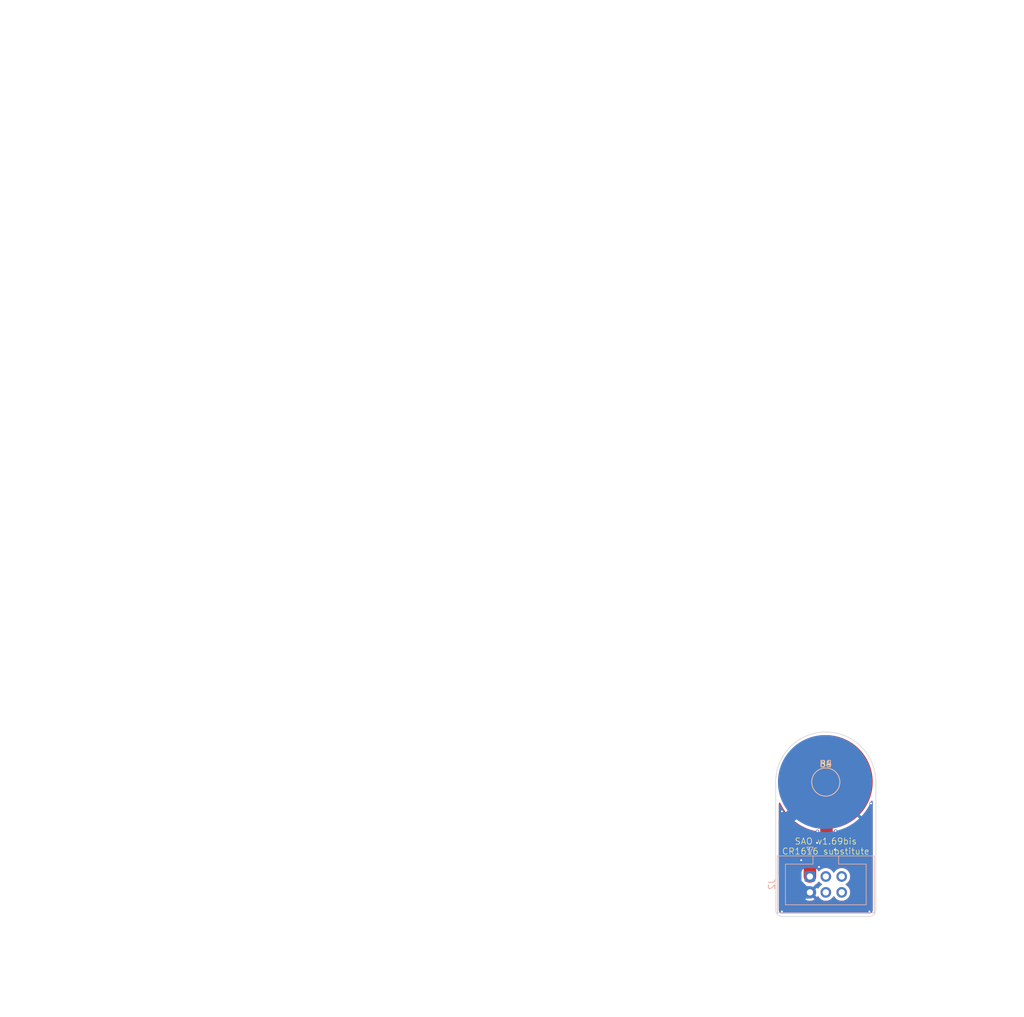
<source format=kicad_pcb>
(kicad_pcb (version 20240108) (generator "pcbnew") (generator_version "8.0")
  (layers (0 "F.Cu" signal) (31 "B.Cu" signal) (34 "B.Paste" user) (35 "F.Paste" user) (36 "B.SilkS" user "B.Silkscreen") (37 "F.SilkS" user "F.Silkscreen") (38 "B.Mask" user) (39 "F.Mask" user) (44 "Edge.Cuts" user))
  (net 0 "")
  (net 1 "GND")
  (net 2 "+3V0")
  (footprint "TestPoint:TestPoint_Pad_D4.0mm" (layer "F.Cu") (at 150 150)
    (property "Reference" "B4" (at 0 -2.898 0) (layer "F.SilkS"))
    (property "Value" "BAT+")
    (fp_circle (center 0 0) (end 0 2.25) (stroke (width 0.12)) (fill none) (layer "F.SilkS"))
    (pad "1" smd circle (at 0 0) (size 4 4) (layers "F.Cu" "F.Mask") (net 2 "+3V0"))
  )
  (footprint "" (layer "B.Cu") (at 150 150 180)
    (property "Reference" "SAO-P1" (hide yes))
    (property "Value" "")
    (pad "1" smd circle (at 0 0) (size 15 15) (layers "F.Cu" "F.Mask") (net 2 "+3V0"))
  )
  (footprint "" (layer "B.Cu") (at 150 150 180)
    (property "Reference" "SAO-P2" (hide yes))
    (property "Value" "")
    (pad "1" smd circle (at 0.14 0 180) (size 15 15) (layers "B.Cu" "B.Mask") (net 1 "GND"))
  )
  (footprint "Connector_IDC:IDC-Header_2x03_P2.54mm_Vertical" (layer "B.Cu") (at 147.47 165.1 -90)
    (property "Reference" "J2" (at 1.27 6.1 90) (layer "B.SilkS") (effects (justify mirror)))
    (property "Value" "SAO v1.69bis addon")
    (fp_line (start -3.29 5.21) (end -3.29 -10.29) (stroke (width 0.12)) (layer "B.SilkS"))
    (fp_line (start 5.83 5.21) (end -3.29 5.21) (stroke (width 0.12)) (layer "B.SilkS"))
    (fp_line (start -1.98 3.91) (end -1.98 -0.49) (stroke (width 0.12)) (layer "B.SilkS"))
    (fp_line (start 4.52 3.91) (end -1.98 3.91) (stroke (width 0.12)) (layer "B.SilkS"))
    (fp_line (start -4.68 0.5) (end -3.68 0) (stroke (width 0.12)) (layer "B.SilkS"))
    (fp_line (start -3.68 0) (end -4.68 -0.5) (stroke (width 0.12)) (layer "B.SilkS"))
    (fp_line (start -1.98 -0.49) (end -3.29 -0.49) (stroke (width 0.12)) (layer "B.SilkS"))
    (fp_line (start -4.68 -0.5) (end -4.68 0.5) (stroke (width 0.12)) (layer "B.SilkS"))
    (fp_line (start -3.29 -4.59) (end -1.98 -4.590001) (stroke (width 0.12)) (layer "B.SilkS"))
    (fp_line (start -1.98 -4.590001) (end -1.98 -4.590001) (stroke (width 0.12)) (layer "B.SilkS"))
    (fp_line (start -1.98 -4.590001) (end -1.979999 -8.99) (stroke (width 0.12)) (layer "B.SilkS"))
    (fp_line (start -1.979999 -8.99) (end 4.52 -8.99) (stroke (width 0.12)) (layer "B.SilkS"))
    (fp_line (start 4.52 -8.99) (end 4.52 3.91) (stroke (width 0.12)) (layer "B.SilkS"))
    (fp_line (start -3.29 -10.29) (end 5.83 -10.29) (stroke (width 0.12)) (layer "B.SilkS"))
    (fp_line (start 5.83 -10.29) (end 5.83 5.21) (stroke (width 0.12)) (layer "B.SilkS"))
    (pad "1" thru_hole roundrect (at 0 0 270) (size 1.7 1.7) (drill 1) (layers "*.Cu" "*.Mask") (roundrect_rratio 0.147059) (net 2 "+3V0"))
    (pad "2" thru_hole circle (at 2.54 0 270) (size 1.7 1.7) (drill 1) (layers "*.Cu" "*.Mask") (net 1 "GND"))
    (pad "3" thru_hole circle (at 0 -2.54 270) (size 1.7 1.7) (drill 1) (layers "*.Cu" "*.Mask"))
    (pad "4" thru_hole circle (at 2.54 -2.54 270) (size 1.7 1.7) (drill 1) (layers "*.Cu" "*.Mask"))
    (pad "5" thru_hole circle (at 0 -5.079999 270) (size 1.7 1.7) (drill 1) (layers "*.Cu" "*.Mask"))
    (pad "6" thru_hole circle (at 2.54 -5.08 270) (size 1.7 1.7) (drill 1) (layers "*.Cu" "*.Mask"))
  )
  (footprint "TestPoint:TestPoint_Pad_D4.0mm" (layer "B.Cu") (at 150 150 180)
    (property "Reference" "B3" (at 0 2.898 0) (layer "B.SilkS") (effects (justify mirror)))
    (property "Value" "BAT-")
    (fp_circle (center 0 0) (end 0 -2.25) (stroke (width 0.12)) (fill none) (layer "B.SilkS"))
    (pad "1" smd circle (at 0 0 180) (size 4 4) (layers "B.Cu" "B.Mask") (net 1 "GND"))
  )
  (gr_poly (pts (xy 149.163772 142.043825) (xy 149.720804 142.004873) (xy 150.279196 142.004873) (xy 150.836228 142.043825) (xy 151.389185 142.121538) (xy 151.935375 142.237634) (xy 152.472136 142.391548) (xy 152.996853 142.582529) (xy 153.506969 142.809648) (xy 154 143.071797) (xy 154.473543 143.367699) (xy 154.925292 143.695914) (xy 155.353045 144.054841) (xy 155.754718 144.442733) (xy 156.128356 144.857699) (xy 156.472136 145.297718) (xy 156.784385 145.760646) (xy 157.063581 146.244227) (xy 157.308364 146.746107) (xy 157.517541 147.263839) (xy 157.690094 147.794901) (xy 157.825181 148.336706) (xy 157.922145 148.886615) (xy 157.980512 149.441948) (xy 158 150) (xy 158 170.5) (xy 157.980785 170.69509) (xy 157.92388 170.882683) (xy 157.83147 171.05557) (xy 157.707107 171.207107) (xy 157.55557 171.33147) (xy 157.382683 171.42388) (xy 157.19509 171.480785) (xy 157 171.5) (xy 143 171.5) (xy 142.80491 171.480785) (xy 142.617317 171.42388) (xy 142.44443 171.33147) (xy 142.292893 171.207107) (xy 142.16853 171.05557) (xy 142.07612 170.882683) (xy 142.019215 170.69509) (xy 142 170.5) (xy 142 150) (xy 142.019488 149.441948) (xy 142.077855 148.886615) (xy 142.174819 148.336706) (xy 142.309906 147.794901) (xy 142.482459 147.263839) (xy 142.691636 146.746107) (xy 142.936419 146.244227) (xy 143.215615 145.760646) (xy 143.527864 145.297718) (xy 143.871644 144.857699) (xy 144.245282 144.442733) (xy 144.646955 144.054841) (xy 145.074708 143.695914) (xy 145.526457 143.367699) (xy 146 143.071797) (xy 146.493031 142.809648) (xy 147.003147 142.582529) (xy 147.527864 142.391548) (xy 148.064625 142.237634) (xy 148.610815 142.121538)) (stroke (width 0.1)) (fill none) (layer "Edge.Cuts"))
  (gr_text "SAO v1.69bis\nCR1616 substitute" (at 150 160.274 0) (layer "F.SilkS") (effects (font (size 1 1) (thickness 0.1))))
  (via (at 146.083863 162.492411) (size 0.5) (drill 0.3) (layers "F.Cu" "B.Cu") (net 1))
  (via (at 148.664 157.862657) (size 0.5) (drill 0.3) (layers "F.Cu" "B.Cu") (net 1))
  (via (at 156.972 170.688) (size 0.5) (drill 0.3) (layers "F.Cu" "B.Cu") (net 1))
  (via (at 151.460292 160.812517) (size 0.5) (drill 0.3) (layers "F.Cu" "B.Cu") (net 1))
  (via (at 157.25 153.416) (size 0.5) (drill 0.3) (layers "F.Cu" "B.Cu") (net 1))
  (via (at 143.002 170.688) (size 0.5) (drill 0.3) (layers "F.Cu" "B.Cu") (net 1))
  (via (at 151.564 157.825688) (size 0.5) (drill 0.3) (layers "F.Cu" "B.Cu") (net 1))
  (via (at 143.002 154.686) (size 0.5) (drill 0.3) (layers "F.Cu" "B.Cu") (net 1))
  (via (at 148.617695 159.719695) (size 0.5) (drill 0.3) (layers "F.Cu" "B.Cu") (net 1))
  (via (at 148.92 163.576) (size 0.5) (drill 0.3) (layers "F.Cu" "B.Cu") (net 1))
  (segment (start 143.5 156.36) (end 149.86 150) (width 2) (layer "B.Cu") (net 1))
  (segment (start 143.5 164.582) (end 143.5 156.36) (width 2) (layer "B.Cu") (net 1))
  (segment (start 147.47 167.64) (end 146.558 167.64) (width 2) (layer "B.Cu") (net 1))
  (segment (start 146.558 167.64) (end 143.5 164.582) (width 2) (layer "B.Cu") (net 1))
  (segment (start 150.114 160.274) (end 150.114 150.114) (width 2) (layer "F.Cu") (net 2))
  (segment (start 150.114 150.114) (end 150 150) (width 2) (layer "F.Cu") (net 2))
  (segment (start 147.47 165.1) (end 147.47 162.918) (width 2) (layer "F.Cu") (net 2))
  (segment (start 147.47 162.918) (end 150.114 160.274) (width 2) (layer "F.Cu") (net 2))
  (zone (net 1) (net_name "GND") (layers "F&B.Cu") (connect_pads (clearance 0.5)) (min_thickness 0.25) (fill yes (thermal_gap 0.5) (thermal_bridge_width 0.5))
    (polygon (pts (xy 18.05 72.644) (xy 181.694 72.644) (xy 181.694 178.054) (xy 99.06 187.55) (xy 18.1398 170.80304)))
  )
)
</source>
